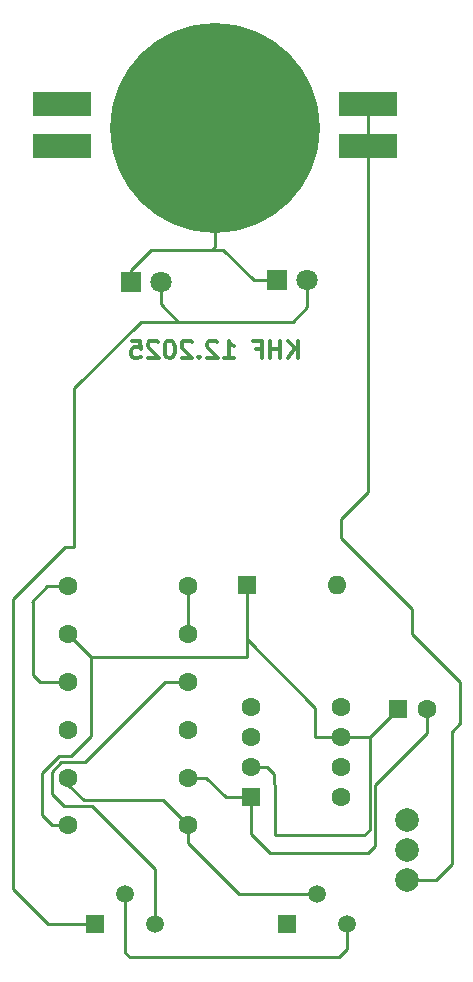
<source format=gbr>
%TF.GenerationSoftware,KiCad,Pcbnew,9.0.6*%
%TF.CreationDate,2025-12-05T08:24:13+01:00*%
%TF.ProjectId,GrumpyDuck,4772756d-7079-4447-9563-6b2e6b696361,rev?*%
%TF.SameCoordinates,Original*%
%TF.FileFunction,Copper,L2,Bot*%
%TF.FilePolarity,Positive*%
%FSLAX46Y46*%
G04 Gerber Fmt 4.6, Leading zero omitted, Abs format (unit mm)*
G04 Created by KiCad (PCBNEW 9.0.6) date 2025-12-05 08:24:13*
%MOMM*%
%LPD*%
G01*
G04 APERTURE LIST*
G04 Aperture macros list*
%AMRoundRect*
0 Rectangle with rounded corners*
0 $1 Rounding radius*
0 $2 $3 $4 $5 $6 $7 $8 $9 X,Y pos of 4 corners*
0 Add a 4 corners polygon primitive as box body*
4,1,4,$2,$3,$4,$5,$6,$7,$8,$9,$2,$3,0*
0 Add four circle primitives for the rounded corners*
1,1,$1+$1,$2,$3*
1,1,$1+$1,$4,$5*
1,1,$1+$1,$6,$7*
1,1,$1+$1,$8,$9*
0 Add four rect primitives between the rounded corners*
20,1,$1+$1,$2,$3,$4,$5,0*
20,1,$1+$1,$4,$5,$6,$7,0*
20,1,$1+$1,$6,$7,$8,$9,0*
20,1,$1+$1,$8,$9,$2,$3,0*%
G04 Aperture macros list end*
%ADD10C,0.300000*%
%TA.AperFunction,NonConductor*%
%ADD11C,0.300000*%
%TD*%
%TA.AperFunction,ComponentPad*%
%ADD12C,1.800000*%
%TD*%
%TA.AperFunction,ComponentPad*%
%ADD13R,1.800000X1.800000*%
%TD*%
%TA.AperFunction,SMDPad,CuDef*%
%ADD14R,5.000000X2.000000*%
%TD*%
%TA.AperFunction,SMDPad,CuDef*%
%ADD15C,17.780000*%
%TD*%
%TA.AperFunction,ComponentPad*%
%ADD16RoundRect,0.250000X-0.550000X-0.550000X0.550000X-0.550000X0.550000X0.550000X-0.550000X0.550000X0*%
%TD*%
%TA.AperFunction,ComponentPad*%
%ADD17C,1.600000*%
%TD*%
%TA.AperFunction,ComponentPad*%
%ADD18C,2.000000*%
%TD*%
%TA.AperFunction,ComponentPad*%
%ADD19R,1.500000X1.500000*%
%TD*%
%TA.AperFunction,ComponentPad*%
%ADD20C,1.500000*%
%TD*%
%TA.AperFunction,ComponentPad*%
%ADD21R,1.600000X1.600000*%
%TD*%
%TA.AperFunction,ComponentPad*%
%ADD22O,1.600000X1.600000*%
%TD*%
%TA.AperFunction,Conductor*%
%ADD23C,0.250000*%
%TD*%
G04 APERTURE END LIST*
D10*
D11*
X130245489Y-75000828D02*
X130245489Y-73500828D01*
X129388346Y-75000828D02*
X130031203Y-74143685D01*
X129388346Y-73500828D02*
X130245489Y-74357971D01*
X128745489Y-75000828D02*
X128745489Y-73500828D01*
X128745489Y-74215114D02*
X127888346Y-74215114D01*
X127888346Y-75000828D02*
X127888346Y-73500828D01*
X126674060Y-74215114D02*
X127174060Y-74215114D01*
X127174060Y-75000828D02*
X127174060Y-73500828D01*
X127174060Y-73500828D02*
X126459774Y-73500828D01*
X123959774Y-75000828D02*
X124816917Y-75000828D01*
X124388346Y-75000828D02*
X124388346Y-73500828D01*
X124388346Y-73500828D02*
X124531203Y-73715114D01*
X124531203Y-73715114D02*
X124674060Y-73857971D01*
X124674060Y-73857971D02*
X124816917Y-73929400D01*
X123388346Y-73643685D02*
X123316918Y-73572257D01*
X123316918Y-73572257D02*
X123174061Y-73500828D01*
X123174061Y-73500828D02*
X122816918Y-73500828D01*
X122816918Y-73500828D02*
X122674061Y-73572257D01*
X122674061Y-73572257D02*
X122602632Y-73643685D01*
X122602632Y-73643685D02*
X122531203Y-73786542D01*
X122531203Y-73786542D02*
X122531203Y-73929400D01*
X122531203Y-73929400D02*
X122602632Y-74143685D01*
X122602632Y-74143685D02*
X123459775Y-75000828D01*
X123459775Y-75000828D02*
X122531203Y-75000828D01*
X121888347Y-74857971D02*
X121816918Y-74929400D01*
X121816918Y-74929400D02*
X121888347Y-75000828D01*
X121888347Y-75000828D02*
X121959775Y-74929400D01*
X121959775Y-74929400D02*
X121888347Y-74857971D01*
X121888347Y-74857971D02*
X121888347Y-75000828D01*
X121245489Y-73643685D02*
X121174061Y-73572257D01*
X121174061Y-73572257D02*
X121031204Y-73500828D01*
X121031204Y-73500828D02*
X120674061Y-73500828D01*
X120674061Y-73500828D02*
X120531204Y-73572257D01*
X120531204Y-73572257D02*
X120459775Y-73643685D01*
X120459775Y-73643685D02*
X120388346Y-73786542D01*
X120388346Y-73786542D02*
X120388346Y-73929400D01*
X120388346Y-73929400D02*
X120459775Y-74143685D01*
X120459775Y-74143685D02*
X121316918Y-75000828D01*
X121316918Y-75000828D02*
X120388346Y-75000828D01*
X119459775Y-73500828D02*
X119316918Y-73500828D01*
X119316918Y-73500828D02*
X119174061Y-73572257D01*
X119174061Y-73572257D02*
X119102633Y-73643685D01*
X119102633Y-73643685D02*
X119031204Y-73786542D01*
X119031204Y-73786542D02*
X118959775Y-74072257D01*
X118959775Y-74072257D02*
X118959775Y-74429400D01*
X118959775Y-74429400D02*
X119031204Y-74715114D01*
X119031204Y-74715114D02*
X119102633Y-74857971D01*
X119102633Y-74857971D02*
X119174061Y-74929400D01*
X119174061Y-74929400D02*
X119316918Y-75000828D01*
X119316918Y-75000828D02*
X119459775Y-75000828D01*
X119459775Y-75000828D02*
X119602633Y-74929400D01*
X119602633Y-74929400D02*
X119674061Y-74857971D01*
X119674061Y-74857971D02*
X119745490Y-74715114D01*
X119745490Y-74715114D02*
X119816918Y-74429400D01*
X119816918Y-74429400D02*
X119816918Y-74072257D01*
X119816918Y-74072257D02*
X119745490Y-73786542D01*
X119745490Y-73786542D02*
X119674061Y-73643685D01*
X119674061Y-73643685D02*
X119602633Y-73572257D01*
X119602633Y-73572257D02*
X119459775Y-73500828D01*
X118388347Y-73643685D02*
X118316919Y-73572257D01*
X118316919Y-73572257D02*
X118174062Y-73500828D01*
X118174062Y-73500828D02*
X117816919Y-73500828D01*
X117816919Y-73500828D02*
X117674062Y-73572257D01*
X117674062Y-73572257D02*
X117602633Y-73643685D01*
X117602633Y-73643685D02*
X117531204Y-73786542D01*
X117531204Y-73786542D02*
X117531204Y-73929400D01*
X117531204Y-73929400D02*
X117602633Y-74143685D01*
X117602633Y-74143685D02*
X118459776Y-75000828D01*
X118459776Y-75000828D02*
X117531204Y-75000828D01*
X116174062Y-73500828D02*
X116888348Y-73500828D01*
X116888348Y-73500828D02*
X116959776Y-74215114D01*
X116959776Y-74215114D02*
X116888348Y-74143685D01*
X116888348Y-74143685D02*
X116745491Y-74072257D01*
X116745491Y-74072257D02*
X116388348Y-74072257D01*
X116388348Y-74072257D02*
X116245491Y-74143685D01*
X116245491Y-74143685D02*
X116174062Y-74215114D01*
X116174062Y-74215114D02*
X116102633Y-74357971D01*
X116102633Y-74357971D02*
X116102633Y-74715114D01*
X116102633Y-74715114D02*
X116174062Y-74857971D01*
X116174062Y-74857971D02*
X116245491Y-74929400D01*
X116245491Y-74929400D02*
X116388348Y-75000828D01*
X116388348Y-75000828D02*
X116745491Y-75000828D01*
X116745491Y-75000828D02*
X116888348Y-74929400D01*
X116888348Y-74929400D02*
X116959776Y-74857971D01*
D12*
%TO.P,D2,2,A*%
%TO.N,Net-(D1-A)*%
X131040000Y-68400000D03*
D13*
%TO.P,D2,1,K*%
%TO.N,Net-(D1-K)*%
X128500000Y-68400000D03*
%TD*%
D12*
%TO.P,D1,2,A*%
%TO.N,Net-(D1-A)*%
X118640000Y-68500000D03*
D13*
%TO.P,D1,1,K*%
%TO.N,Net-(D1-K)*%
X116100000Y-68500000D03*
%TD*%
D14*
%TO.P,U2,*%
%TO.N,*%
X110306000Y-57056000D03*
X110306000Y-53500000D03*
%TO.P,U2,1*%
%TO.N,Net-(S1-A-Pad1)*%
X136200000Y-57056000D03*
X136200000Y-53500000D03*
D15*
%TO.P,U2,2*%
%TO.N,Net-(D1-K)*%
X123260000Y-55532000D03*
%TD*%
D16*
%TO.P,U1,1,GND*%
%TO.N,Net-(D1-K)*%
X126300000Y-112180000D03*
D17*
%TO.P,U1,2,TR*%
%TO.N,Net-(D3-K)*%
X126300000Y-109640000D03*
%TO.P,U1,3,Q*%
%TO.N,unconnected-(U1-Q-Pad3)*%
X126300000Y-107100000D03*
%TO.P,U1,4,R*%
%TO.N,Net-(S1-E)*%
X126300000Y-104560000D03*
%TO.P,U1,5,CV*%
%TO.N,unconnected-(U1-CV-Pad5)*%
X133920000Y-104560000D03*
%TO.P,U1,6,THR*%
%TO.N,Net-(D3-K)*%
X133920000Y-107100000D03*
%TO.P,U1,7,DIS*%
%TO.N,Net-(D3-A)*%
X133920000Y-109640000D03*
%TO.P,U1,8,VCC*%
%TO.N,Net-(S1-E)*%
X133920000Y-112180000D03*
%TD*%
D18*
%TO.P,S1,1,A*%
%TO.N,Net-(S1-A-Pad1)*%
X139500000Y-119200000D03*
%TO.P,S1,2,E*%
%TO.N,Net-(S1-E)*%
X139500000Y-116660000D03*
%TO.P,S1,3,A*%
%TO.N,unconnected-(S1-A-Pad3)*%
X139500000Y-114120000D03*
%TD*%
D17*
%TO.P,R7,1*%
%TO.N,Net-(D3-K)*%
X110800000Y-98350000D03*
%TO.P,R7,2*%
%TO.N,Net-(D3-A)*%
X120960000Y-98350000D03*
%TD*%
%TO.P,R6,1*%
%TO.N,Net-(S1-E)*%
X110800000Y-102400000D03*
%TO.P,R6,2*%
%TO.N,Net-(Q2-C)*%
X120960000Y-102400000D03*
%TD*%
%TO.P,R5,1*%
%TO.N,Net-(S1-E)*%
X110800000Y-106450000D03*
%TO.P,R5,2*%
%TO.N,Net-(Q1-C)*%
X120960000Y-106450000D03*
%TD*%
%TO.P,R4,1*%
%TO.N,Net-(Q1-B)*%
X110800000Y-110500000D03*
%TO.P,R4,2*%
%TO.N,Net-(D1-K)*%
X120960000Y-110500000D03*
%TD*%
%TO.P,R3,1*%
%TO.N,Net-(D3-K)*%
X110800000Y-114550000D03*
%TO.P,R3,2*%
%TO.N,Net-(Q1-B)*%
X120960000Y-114550000D03*
%TD*%
%TO.P,R1,1*%
%TO.N,Net-(S1-E)*%
X110800000Y-94300000D03*
%TO.P,R1,2*%
%TO.N,Net-(D3-A)*%
X120960000Y-94300000D03*
%TD*%
D19*
%TO.P,T2,1,E*%
%TO.N,Net-(D1-A)*%
X113100000Y-122900000D03*
D20*
%TO.P,T2,2,B*%
%TO.N,Net-(Q1-C)*%
X115640000Y-120360000D03*
%TO.P,T2,3,C*%
%TO.N,Net-(Q2-C)*%
X118180000Y-122900000D03*
%TD*%
D19*
%TO.P,T1,1,E*%
%TO.N,Net-(D1-K)*%
X129300000Y-122900000D03*
D20*
%TO.P,T1,2,B*%
%TO.N,Net-(Q1-B)*%
X131840000Y-120360000D03*
%TO.P,T1,3,C*%
%TO.N,Net-(Q1-C)*%
X134380000Y-122900000D03*
%TD*%
D21*
%TO.P,D3,1,K*%
%TO.N,Net-(D3-K)*%
X125900000Y-94200000D03*
D22*
%TO.P,D3,2,A*%
%TO.N,Net-(D3-A)*%
X133520000Y-94200000D03*
%TD*%
D21*
%TO.P,C1,1*%
%TO.N,Net-(D3-K)*%
X138700000Y-104700000D03*
D17*
%TO.P,C1,2*%
%TO.N,Net-(D1-K)*%
X141200000Y-104700000D03*
%TD*%
D23*
%TO.N,Net-(Q1-C)*%
X133700000Y-125700000D02*
X134380000Y-125020000D01*
X134380000Y-125020000D02*
X134380000Y-122900000D01*
X116000000Y-125700000D02*
X133700000Y-125700000D01*
X115640000Y-125340000D02*
X116000000Y-125700000D01*
X115640000Y-120360000D02*
X115640000Y-125340000D01*
%TO.N,Net-(D1-K)*%
X123260000Y-65540000D02*
X123000000Y-65800000D01*
X123260000Y-55532000D02*
X123260000Y-65540000D01*
X123000000Y-65800000D02*
X117800000Y-65800000D01*
%TO.N,Net-(S1-A-Pad1)*%
X136200000Y-53500000D02*
X136200000Y-57056000D01*
%TO.N,Net-(Q2-C)*%
X112800000Y-112900000D02*
X118180000Y-118280000D01*
X118180000Y-118280000D02*
X118180000Y-122900000D01*
X110400000Y-112900000D02*
X112800000Y-112900000D01*
X109400000Y-111900000D02*
X110400000Y-112900000D01*
X109400000Y-110000000D02*
X109400000Y-111900000D01*
X112200000Y-109200000D02*
X110200000Y-109200000D01*
X119000000Y-102400000D02*
X112200000Y-109200000D01*
X120960000Y-102400000D02*
X119000000Y-102400000D01*
X110200000Y-109200000D02*
X109400000Y-110000000D01*
%TO.N,Net-(D3-K)*%
X109450000Y-114550000D02*
X110800000Y-114550000D01*
X108600000Y-113700000D02*
X109450000Y-114550000D01*
X108600000Y-110100000D02*
X108600000Y-113700000D01*
X110000000Y-108700000D02*
X108600000Y-110100000D01*
X111007595Y-108700000D02*
X110000000Y-108700000D01*
X112750000Y-106957595D02*
X111007595Y-108700000D01*
X112750000Y-100300000D02*
X112750000Y-106957595D01*
%TO.N,Net-(S1-E)*%
X107800000Y-101800000D02*
X108400000Y-102400000D01*
X107700000Y-95600000D02*
X107800000Y-95700000D01*
X108400000Y-102400000D02*
X110800000Y-102400000D01*
X109000000Y-94300000D02*
X107700000Y-95600000D01*
X110800000Y-94300000D02*
X109000000Y-94300000D01*
X107800000Y-95700000D02*
X107800000Y-101800000D01*
%TO.N,Net-(D3-A)*%
X120960000Y-94300000D02*
X120960000Y-98350000D01*
%TO.N,Net-(D3-K)*%
X125900000Y-100300000D02*
X125900000Y-98800000D01*
X112750000Y-100300000D02*
X125900000Y-100300000D01*
X110800000Y-98350000D02*
X112750000Y-100300000D01*
%TO.N,Net-(D1-A)*%
X109100000Y-122900000D02*
X113100000Y-122900000D01*
X106100000Y-119900000D02*
X109100000Y-122900000D01*
X106100000Y-95400000D02*
X106100000Y-119900000D01*
X110500000Y-91000000D02*
X106100000Y-95400000D01*
X111300000Y-91000000D02*
X110500000Y-91000000D01*
X111300000Y-77527858D02*
X111300000Y-91000000D01*
X116927858Y-71900000D02*
X111300000Y-77527858D01*
X120100000Y-71900000D02*
X116927858Y-71900000D01*
%TO.N,Net-(D3-K)*%
X131700000Y-107100000D02*
X133920000Y-107100000D01*
X131700000Y-104600000D02*
X131700000Y-107100000D01*
X125900000Y-98800000D02*
X131700000Y-104600000D01*
X125900000Y-94200000D02*
X125900000Y-98800000D01*
X136300000Y-107100000D02*
X136349000Y-107051000D01*
X133920000Y-107100000D02*
X136300000Y-107100000D01*
X127640000Y-109640000D02*
X126300000Y-109640000D01*
X128200000Y-110200000D02*
X127640000Y-109640000D01*
X128200000Y-111000000D02*
X128200000Y-110200000D01*
X128300000Y-111100000D02*
X128200000Y-111000000D01*
X128300000Y-115400000D02*
X128300000Y-111100000D01*
X135849000Y-115400000D02*
X128300000Y-115400000D01*
X136349000Y-114900000D02*
X135849000Y-115400000D01*
X136349000Y-107051000D02*
X136349000Y-114900000D01*
X138700000Y-104700000D02*
X136349000Y-107051000D01*
%TO.N,Net-(D1-K)*%
X126300000Y-115300000D02*
X126300000Y-112180000D01*
X136200000Y-116900000D02*
X127900000Y-116900000D01*
X136800000Y-116300000D02*
X136200000Y-116900000D01*
X127900000Y-116900000D02*
X126300000Y-115300000D01*
X136800000Y-111100000D02*
X136800000Y-116300000D01*
X141200000Y-106700000D02*
X136800000Y-111100000D01*
X141200000Y-104700000D02*
X141200000Y-106700000D01*
X124180000Y-112180000D02*
X126300000Y-112180000D01*
X122500000Y-110500000D02*
X124180000Y-112180000D01*
X120960000Y-110500000D02*
X122500000Y-110500000D01*
%TO.N,Net-(Q1-B)*%
X110800000Y-111100000D02*
X110800000Y-110500000D01*
X112100000Y-112400000D02*
X110800000Y-111100000D01*
X118810000Y-112400000D02*
X112100000Y-112400000D01*
X120960000Y-114550000D02*
X118810000Y-112400000D01*
X120960000Y-116060000D02*
X120960000Y-114550000D01*
X125260000Y-120360000D02*
X120960000Y-116060000D01*
X131840000Y-120360000D02*
X125260000Y-120360000D01*
%TO.N,Net-(D1-A)*%
X131040000Y-70660000D02*
X131040000Y-68400000D01*
X120100000Y-71900000D02*
X129800000Y-71900000D01*
X118640000Y-70440000D02*
X120100000Y-71900000D01*
X129800000Y-71900000D02*
X131040000Y-70660000D01*
X118640000Y-68500000D02*
X118640000Y-70440000D01*
%TO.N,Net-(D1-K)*%
X117800000Y-65800000D02*
X116100000Y-67500000D01*
X126500000Y-68400000D02*
X123900000Y-65800000D01*
X116100000Y-67500000D02*
X116100000Y-68500000D01*
X128500000Y-68400000D02*
X126500000Y-68400000D01*
X123900000Y-65800000D02*
X123000000Y-65800000D01*
%TO.N,Net-(S1-A-Pad1)*%
X136200000Y-86300000D02*
X136200000Y-57056000D01*
X133900000Y-90200000D02*
X133900000Y-88600000D01*
X133900000Y-88600000D02*
X136200000Y-86300000D01*
X139900000Y-96200000D02*
X133900000Y-90200000D01*
X139900000Y-98300000D02*
X139900000Y-96200000D01*
X144000000Y-102400000D02*
X139900000Y-98300000D01*
X144000000Y-105900000D02*
X144000000Y-102400000D01*
X143300000Y-106600000D02*
X144000000Y-105900000D01*
X143300000Y-117800000D02*
X143300000Y-106600000D01*
X141900000Y-119200000D02*
X143300000Y-117800000D01*
X139500000Y-119200000D02*
X141900000Y-119200000D01*
%TD*%
M02*

</source>
